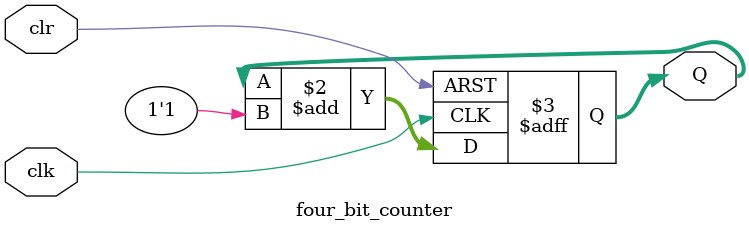
<source format=v>
`timescale 1ns / 1ps
module four_bit_counter(clk, clr, Q
    );
	 
input clk, clr;
output reg [3:0] Q;

always@(posedge clk or posedge clr) begin
if(clr)
Q<=4'b0000;
else
Q<=Q+1'b1;
end

endmodule

</source>
